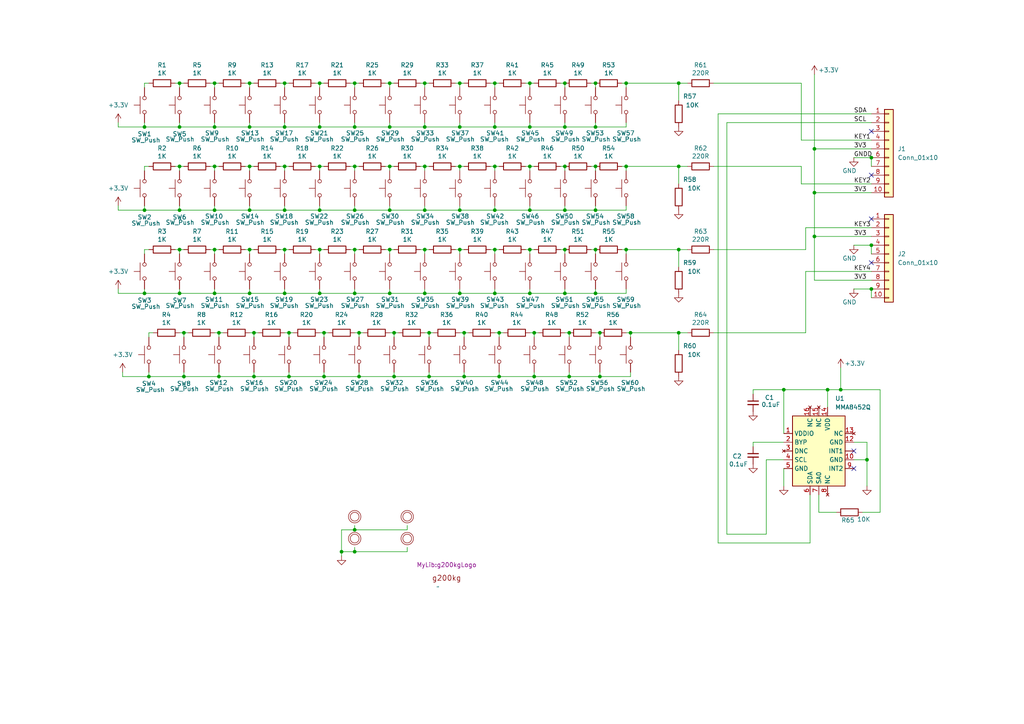
<source format=kicad_sch>
(kicad_sch (version 20231120) (generator "eeschema") (generator_version "8.0")
  (paper "A4")
  (junction (at 99.06 160.02))
  (junction (at 251.46 133.35))
  (junction (at 73.66 109.22))
  (junction (at 63.5 109.22))
  (junction (at 73.66 96.52))
  (junction (at 102.87 24.13))
  (junction (at 243.84 113.03))
  (junction (at 53.34 109.22))
  (junction (at 182.88 96.52))
  (junction (at 52.07 24.13))
  (junction (at 240.03 113.03))
  (junction (at 172.72 60.96))
  (junction (at 196.85 96.52))
  (junction (at 113.03 36.83))
  (junction (at 144.78 109.22))
  (junction (at 102.87 48.26))
  (junction (at 123.19 60.96))
  (junction (at 196.85 72.39))
  (junction (at 133.35 48.26))
  (junction (at 92.71 36.83))
  (junction (at 43.18 109.22))
  (junction (at 133.35 60.96))
  (junction (at 123.19 48.26))
  (junction (at 143.51 36.83))
  (junction (at 172.72 48.26))
  (junction (at 153.67 24.13))
  (junction (at 114.3 109.22))
  (junction (at 154.94 96.52))
  (junction (at 143.51 85.09))
  (junction (at 62.23 72.39))
  (junction (at 163.83 85.09))
  (junction (at 163.83 36.83))
  (junction (at 82.55 24.13))
  (junction (at 41.91 36.83))
  (junction (at 83.82 109.22))
  (junction (at 113.03 60.96))
  (junction (at 153.67 85.09))
  (junction (at 72.39 36.83))
  (junction (at 172.72 36.83))
  (junction (at 62.23 85.09))
  (junction (at 92.71 60.96))
  (junction (at 82.55 60.96))
  (junction (at 252.73 45.72))
  (junction (at 134.62 109.22))
  (junction (at 92.71 72.39))
  (junction (at 181.61 72.39))
  (junction (at 102.87 153.67))
  (junction (at 163.83 24.13))
  (junction (at 102.87 85.09))
  (junction (at 93.98 109.22))
  (junction (at 102.87 36.83))
  (junction (at 102.87 60.96))
  (junction (at 154.94 109.22))
  (junction (at 104.14 96.52))
  (junction (at 153.67 60.96))
  (junction (at 113.03 72.39))
  (junction (at 153.67 72.39))
  (junction (at 163.83 48.26))
  (junction (at 104.14 109.22))
  (junction (at 236.22 43.18))
  (junction (at 63.5 96.52))
  (junction (at 165.1 109.22))
  (junction (at 102.87 160.02))
  (junction (at 133.35 36.83))
  (junction (at 82.55 36.83))
  (junction (at 173.99 96.52))
  (junction (at 172.72 85.09))
  (junction (at 143.51 60.96))
  (junction (at 82.55 48.26))
  (junction (at 252.73 71.12))
  (junction (at 153.67 48.26))
  (junction (at 172.72 72.39))
  (junction (at 123.19 85.09))
  (junction (at 93.98 96.52))
  (junction (at 123.19 36.83))
  (junction (at 82.55 72.39))
  (junction (at 92.71 48.26))
  (junction (at 123.19 72.39))
  (junction (at 52.07 60.96))
  (junction (at 133.35 72.39))
  (junction (at 123.19 24.13))
  (junction (at 236.22 55.88))
  (junction (at 113.03 48.26))
  (junction (at 165.1 96.52))
  (junction (at 153.67 36.83))
  (junction (at 62.23 48.26))
  (junction (at 143.51 72.39))
  (junction (at 124.46 96.52))
  (junction (at 113.03 85.09))
  (junction (at 134.62 96.52))
  (junction (at 163.83 60.96))
  (junction (at 133.35 24.13))
  (junction (at 172.72 24.13))
  (junction (at 133.35 85.09))
  (junction (at 82.55 85.09))
  (junction (at 196.85 48.26))
  (junction (at 53.34 96.52))
  (junction (at 102.87 72.39))
  (junction (at 72.39 48.26))
  (junction (at 173.99 109.22))
  (junction (at 181.61 24.13))
  (junction (at 62.23 24.13))
  (junction (at 72.39 60.96))
  (junction (at 72.39 72.39))
  (junction (at 124.46 109.22))
  (junction (at 144.78 96.52))
  (junction (at 52.07 36.83))
  (junction (at 143.51 48.26))
  (junction (at 52.07 72.39))
  (junction (at 196.85 24.13))
  (junction (at 113.03 24.13))
  (junction (at 236.22 68.58))
  (junction (at 252.73 83.82))
  (junction (at 227.33 113.03))
  (junction (at 163.83 72.39))
  (junction (at 62.23 60.96))
  (junction (at 62.23 36.83))
  (junction (at 72.39 24.13))
  (junction (at 72.39 85.09))
  (junction (at 52.07 48.26))
  (junction (at 41.91 85.09))
  (junction (at 92.71 24.13))
  (junction (at 41.91 60.96))
  (junction (at 114.3 96.52))
  (junction (at 143.51 24.13))
  (junction (at 52.07 85.09))
  (junction (at 83.82 96.52))
  (junction (at 181.61 48.26))
  (junction (at 92.71 85.09))
  (no_connect (at 247.65 135.89))
  (no_connect (at 252.73 76.2))
  (no_connect (at 252.73 38.1))
  (no_connect (at 252.73 63.5))
  (no_connect (at 252.73 50.8))
  (no_connect (at 247.65 130.81))
  (wire (pts (xy 114.3 96.52) (xy 115.57 96.52)))
  (wire (pts (xy 92.71 35.56) (xy 92.71 36.83)))
  (wire (pts (xy 92.71 72.39) (xy 93.98 72.39)))
  (wire (pts (xy 92.71 85.09) (xy 102.87 85.09)))
  (wire (pts (xy 237.49 143.51) (xy 237.49 148.59)))
  (wire (pts (xy 236.22 68.58) (xy 236.22 81.28)))
  (wire (pts (xy 104.14 96.52) (xy 105.41 96.52)))
  (wire (pts (xy 113.03 36.83) (xy 123.19 36.83)))
  (wire (pts (xy 171.45 72.39) (xy 172.72 72.39)))
  (wire (pts (xy 92.71 24.13) (xy 92.71 25.4)))
  (wire (pts (xy 62.23 48.26) (xy 63.5 48.26)))
  (wire (pts (xy 233.68 78.74) (xy 233.68 96.52)))
  (wire (pts (xy 63.5 107.95) (xy 63.5 109.22)))
  (wire (pts (xy 207.01 48.26) (xy 232.41 48.26)))
  (wire (pts (xy 153.67 24.13) (xy 154.94 24.13)))
  (wire (pts (xy 143.51 96.52) (xy 144.78 96.52)))
  (wire (pts (xy 41.91 83.82) (xy 41.91 85.09)))
  (wire (pts (xy 92.71 36.83) (xy 102.87 36.83)))
  (wire (pts (xy 124.46 96.52) (xy 125.73 96.52)))
  (wire (pts (xy 104.14 96.52) (xy 104.14 97.79)))
  (wire (pts (xy 113.03 48.26) (xy 114.3 48.26)))
  (wire (pts (xy 163.83 48.26) (xy 163.83 49.53)))
  (wire (pts (xy 196.85 72.39) (xy 199.39 72.39)))
  (wire (pts (xy 102.87 153.67) (xy 102.87 152.4)))
  (wire (pts (xy 133.35 60.96) (xy 143.51 60.96)))
  (wire (pts (xy 43.18 96.52) (xy 44.45 96.52)))
  (wire (pts (xy 154.94 107.95) (xy 154.94 109.22)))
  (wire (pts (xy 82.55 72.39) (xy 82.55 73.66)))
  (wire (pts (xy 123.19 72.39) (xy 123.19 73.66)))
  (wire (pts (xy 123.19 83.82) (xy 123.19 85.09)))
  (wire (pts (xy 154.94 96.52) (xy 156.21 96.52)))
  (wire (pts (xy 124.46 107.95) (xy 124.46 109.22)))
  (wire (pts (xy 172.72 85.09) (xy 181.61 85.09)))
  (wire (pts (xy 123.19 48.26) (xy 124.46 48.26)))
  (wire (pts (xy 180.34 24.13) (xy 181.61 24.13)))
  (wire (pts (xy 123.19 85.09) (xy 133.35 85.09)))
  (wire (pts (xy 81.28 72.39) (xy 82.55 72.39)))
  (wire (pts (xy 53.34 96.52) (xy 53.34 97.79)))
  (wire (pts (xy 101.6 48.26) (xy 102.87 48.26)))
  (wire (pts (xy 104.14 109.22) (xy 114.3 109.22)))
  (wire (pts (xy 196.85 48.26) (xy 196.85 53.34)))
  (wire (pts (xy 180.34 48.26) (xy 181.61 48.26)))
  (wire (pts (xy 82.55 35.56) (xy 82.55 36.83)))
  (wire (pts (xy 41.91 48.26) (xy 41.91 49.53)))
  (wire (pts (xy 153.67 83.82) (xy 153.67 85.09)))
  (wire (pts (xy 247.65 128.27) (xy 251.46 128.27)))
  (wire (pts (xy 102.87 85.09) (xy 113.03 85.09)))
  (wire (pts (xy 102.87 160.02) (xy 118.11 160.02)))
  (wire (pts (xy 252.73 71.12) (xy 252.73 73.66)))
  (wire (pts (xy 82.55 48.26) (xy 83.82 48.26)))
  (wire (pts (xy 41.91 59.69) (xy 41.91 60.96)))
  (wire (pts (xy 182.88 107.95) (xy 182.88 109.22)))
  (wire (pts (xy 93.98 107.95) (xy 93.98 109.22)))
  (wire (pts (xy 153.67 48.26) (xy 153.67 49.53)))
  (wire (pts (xy 62.23 72.39) (xy 63.5 72.39)))
  (wire (pts (xy 153.67 36.83) (xy 163.83 36.83)))
  (wire (pts (xy 181.61 96.52) (xy 182.88 96.52)))
  (wire (pts (xy 236.22 21.59) (xy 236.22 43.18)))
  (wire (pts (xy 121.92 24.13) (xy 123.19 24.13)))
  (wire (pts (xy 34.29 36.83) (xy 34.29 35.56)))
  (wire (pts (xy 210.82 35.56) (xy 252.73 35.56)))
  (wire (pts (xy 124.46 109.22) (xy 134.62 109.22)))
  (wire (pts (xy 72.39 96.52) (xy 73.66 96.52)))
  (wire (pts (xy 102.87 160.02) (xy 102.87 158.75)))
  (wire (pts (xy 237.49 148.59) (xy 242.57 148.59)))
  (wire (pts (xy 236.22 55.88) (xy 236.22 68.58)))
  (wire (pts (xy 153.67 85.09) (xy 163.83 85.09)))
  (wire (pts (xy 113.03 24.13) (xy 114.3 24.13)))
  (wire (pts (xy 196.85 77.47) (xy 196.85 72.39)))
  (wire (pts (xy 35.56 109.22) (xy 43.18 109.22)))
  (wire (pts (xy 153.67 60.96) (xy 163.83 60.96)))
  (wire (pts (xy 102.87 24.13) (xy 102.87 25.4)))
  (wire (pts (xy 152.4 72.39) (xy 153.67 72.39)))
  (wire (pts (xy 247.65 133.35) (xy 251.46 133.35)))
  (wire (pts (xy 52.07 72.39) (xy 52.07 73.66)))
  (wire (pts (xy 114.3 107.95) (xy 114.3 109.22)))
  (wire (pts (xy 60.96 24.13) (xy 62.23 24.13)))
  (wire (pts (xy 240.03 113.03) (xy 240.03 118.11)))
  (wire (pts (xy 99.06 160.02) (xy 102.87 160.02)))
  (wire (pts (xy 153.67 48.26) (xy 154.94 48.26)))
  (wire (pts (xy 233.68 66.04) (xy 233.68 72.39)))
  (wire (pts (xy 62.23 83.82) (xy 62.23 85.09)))
  (wire (pts (xy 43.18 96.52) (xy 43.18 97.79)))
  (wire (pts (xy 81.28 24.13) (xy 82.55 24.13)))
  (wire (pts (xy 143.51 24.13) (xy 143.51 25.4)))
  (wire (pts (xy 172.72 35.56) (xy 172.72 36.83)))
  (wire (pts (xy 227.33 113.03) (xy 227.33 125.73)))
  (wire (pts (xy 72.39 48.26) (xy 73.66 48.26)))
  (wire (pts (xy 255.27 113.03) (xy 243.84 113.03)))
  (wire (pts (xy 71.12 72.39) (xy 72.39 72.39)))
  (wire (pts (xy 111.76 72.39) (xy 113.03 72.39)))
  (wire (pts (xy 52.07 72.39) (xy 53.34 72.39)))
  (wire (pts (xy 252.73 83.82) (xy 252.73 86.36)))
  (wire (pts (xy 247.65 83.82) (xy 252.73 83.82)))
  (wire (pts (xy 118.11 160.02) (xy 118.11 158.75)))
  (wire (pts (xy 123.19 48.26) (xy 123.19 49.53)))
  (wire (pts (xy 227.33 128.27) (xy 218.44 128.27)))
  (wire (pts (xy 252.73 45.72) (xy 252.73 48.26)))
  (wire (pts (xy 50.8 24.13) (xy 52.07 24.13)))
  (wire (pts (xy 82.55 48.26) (xy 82.55 49.53)))
  (wire (pts (xy 52.07 83.82) (xy 52.07 85.09)))
  (wire (pts (xy 62.23 96.52) (xy 63.5 96.52)))
  (wire (pts (xy 91.44 24.13) (xy 92.71 24.13)))
  (wire (pts (xy 172.72 60.96) (xy 181.61 60.96)))
  (wire (pts (xy 91.44 72.39) (xy 92.71 72.39)))
  (wire (pts (xy 81.28 48.26) (xy 82.55 48.26)))
  (wire (pts (xy 73.66 96.52) (xy 74.93 96.52)))
  (wire (pts (xy 113.03 83.82) (xy 113.03 85.09)))
  (wire (pts (xy 102.87 24.13) (xy 104.14 24.13)))
  (wire (pts (xy 34.29 85.09) (xy 41.91 85.09)))
  (wire (pts (xy 133.35 96.52) (xy 134.62 96.52)))
  (wire (pts (xy 181.61 35.56) (xy 181.61 36.83)))
  (wire (pts (xy 132.08 24.13) (xy 133.35 24.13)))
  (wire (pts (xy 153.67 72.39) (xy 153.67 73.66)))
  (wire (pts (xy 207.01 24.13) (xy 232.41 24.13)))
  (wire (pts (xy 251.46 133.35) (xy 251.46 140.97)))
  (wire (pts (xy 163.83 85.09) (xy 172.72 85.09)))
  (wire (pts (xy 72.39 85.09) (xy 82.55 85.09)))
  (wire (pts (xy 102.87 153.67) (xy 118.11 153.67)))
  (wire (pts (xy 133.35 72.39) (xy 133.35 73.66)))
  (wire (pts (xy 62.23 36.83) (xy 72.39 36.83)))
  (wire (pts (xy 82.55 72.39) (xy 83.82 72.39)))
  (wire (pts (xy 43.18 109.22) (xy 53.34 109.22)))
  (wire (pts (xy 172.72 59.69) (xy 172.72 60.96)))
  (wire (pts (xy 99.06 161.29) (xy 99.06 160.02)))
  (wire (pts (xy 142.24 48.26) (xy 143.51 48.26)))
  (wire (pts (xy 72.39 24.13) (xy 73.66 24.13)))
  (wire (pts (xy 181.61 48.26) (xy 196.85 48.26)))
  (wire (pts (xy 233.68 78.74) (xy 252.73 78.74)))
  (wire (pts (xy 93.98 96.52) (xy 93.98 97.79)))
  (wire (pts (xy 50.8 48.26) (xy 52.07 48.26)))
  (wire (pts (xy 172.72 24.13) (xy 172.72 25.4)))
  (wire (pts (xy 102.87 35.56) (xy 102.87 36.83)))
  (wire (pts (xy 232.41 40.64) (xy 252.73 40.64)))
  (wire (pts (xy 143.51 48.26) (xy 144.78 48.26)))
  (wire (pts (xy 83.82 96.52) (xy 83.82 97.79)))
  (wire (pts (xy 52.07 96.52) (xy 53.34 96.52)))
  (wire (pts (xy 143.51 59.69) (xy 143.51 60.96)))
  (wire (pts (xy 41.91 24.13) (xy 41.91 25.4)))
  (wire (pts (xy 53.34 109.22) (xy 63.5 109.22)))
  (wire (pts (xy 71.12 24.13) (xy 72.39 24.13)))
  (wire (pts (xy 250.19 148.59) (xy 255.27 148.59)))
  (wire (pts (xy 82.55 59.69) (xy 82.55 60.96)))
  (wire (pts (xy 52.07 85.09) (xy 62.23 85.09)))
  (wire (pts (xy 163.83 35.56) (xy 163.83 36.83)))
  (wire (pts (xy 218.44 113.03) (xy 227.33 113.03)))
  (wire (pts (xy 92.71 60.96) (xy 102.87 60.96)))
  (wire (pts (xy 143.51 24.13) (xy 144.78 24.13)))
  (wire (pts (xy 92.71 24.13) (xy 93.98 24.13)))
  (wire (pts (xy 92.71 48.26) (xy 92.71 49.53)))
  (wire (pts (xy 34.29 85.09) (xy 34.29 83.82)))
  (wire (pts (xy 247.65 71.12) (xy 252.73 71.12)))
  (wire (pts (xy 34.29 60.96) (xy 41.91 60.96)))
  (wire (pts (xy 163.83 60.96) (xy 172.72 60.96)))
  (wire (pts (xy 218.44 113.03) (xy 218.44 114.3)))
  (wire (pts (xy 41.91 24.13) (xy 43.18 24.13)))
  (wire (pts (xy 143.51 72.39) (xy 143.51 73.66)))
  (wire (pts (xy 143.51 85.09) (xy 153.67 85.09)))
  (wire (pts (xy 123.19 59.69) (xy 123.19 60.96)))
  (wire (pts (xy 218.44 128.27) (xy 218.44 129.54)))
  (wire (pts (xy 62.23 72.39) (xy 62.23 73.66)))
  (wire (pts (xy 41.91 35.56) (xy 41.91 36.83)))
  (wire (pts (xy 154.94 96.52) (xy 154.94 97.79)))
  (wire (pts (xy 152.4 48.26) (xy 153.67 48.26)))
  (wire (pts (xy 165.1 109.22) (xy 173.99 109.22)))
  (wire (pts (xy 172.72 36.83) (xy 181.61 36.83)))
  (wire (pts (xy 181.61 83.82) (xy 181.61 85.09)))
  (wire (pts (xy 102.87 96.52) (xy 104.14 96.52)))
  (wire (pts (xy 52.07 48.26) (xy 53.34 48.26)))
  (wire (pts (xy 113.03 72.39) (xy 113.03 73.66)))
  (wire (pts (xy 72.39 36.83) (xy 82.55 36.83)))
  (wire (pts (xy 134.62 96.52) (xy 134.62 97.79)))
  (wire (pts (xy 133.35 83.82) (xy 133.35 85.09)))
  (wire (pts (xy 102.87 59.69) (xy 102.87 60.96)))
  (wire (pts (xy 41.91 60.96) (xy 52.07 60.96)))
  (wire (pts (xy 233.68 66.04) (xy 252.73 66.04)))
  (wire (pts (xy 144.78 109.22) (xy 154.94 109.22)))
  (wire (pts (xy 172.72 83.82) (xy 172.72 85.09)))
  (wire (pts (xy 153.67 35.56) (xy 153.67 36.83)))
  (wire (pts (xy 52.07 35.56) (xy 52.07 36.83)))
  (wire (pts (xy 52.07 36.83) (xy 62.23 36.83)))
  (wire (pts (xy 153.67 96.52) (xy 154.94 96.52)))
  (wire (pts (xy 93.98 109.22) (xy 104.14 109.22)))
  (wire (pts (xy 133.35 48.26) (xy 133.35 49.53)))
  (wire (pts (xy 60.96 48.26) (xy 62.23 48.26)))
  (wire (pts (xy 134.62 107.95) (xy 134.62 109.22)))
  (wire (pts (xy 93.98 96.52) (xy 95.25 96.52)))
  (wire (pts (xy 53.34 96.52) (xy 54.61 96.52)))
  (wire (pts (xy 196.85 48.26) (xy 199.39 48.26)))
  (wire (pts (xy 180.34 72.39) (xy 181.61 72.39)))
  (wire (pts (xy 73.66 107.95) (xy 73.66 109.22)))
  (wire (pts (xy 181.61 59.69) (xy 181.61 60.96)))
  (wire (pts (xy 222.25 154.94) (xy 210.82 154.94)))
  (wire (pts (xy 99.06 160.02) (xy 99.06 153.67)))
  (wire (pts (xy 91.44 48.26) (xy 92.71 48.26)))
  (wire (pts (xy 173.99 107.95) (xy 173.99 109.22)))
  (wire (pts (xy 153.67 59.69) (xy 153.67 60.96)))
  (wire (pts (xy 133.35 48.26) (xy 134.62 48.26)))
  (wire (pts (xy 172.72 72.39) (xy 172.72 73.66)))
  (wire (pts (xy 181.61 48.26) (xy 181.61 49.53)))
  (wire (pts (xy 132.08 48.26) (xy 133.35 48.26)))
  (wire (pts (xy 113.03 24.13) (xy 113.03 25.4)))
  (wire (pts (xy 102.87 36.83) (xy 113.03 36.83)))
  (wire (pts (xy 227.33 133.35) (xy 222.25 133.35)))
  (wire (pts (xy 144.78 96.52) (xy 146.05 96.52)))
  (wire (pts (xy 123.19 36.83) (xy 133.35 36.83)))
  (wire (pts (xy 173.99 96.52) (xy 173.99 97.79)))
  (wire (pts (xy 121.92 72.39) (xy 123.19 72.39)))
  (wire (pts (xy 152.4 24.13) (xy 153.67 24.13)))
  (wire (pts (xy 123.19 24.13) (xy 123.19 25.4)))
  (wire (pts (xy 132.08 72.39) (xy 133.35 72.39)))
  (wire (pts (xy 41.91 36.83) (xy 52.07 36.83)))
  (wire (pts (xy 52.07 60.96) (xy 62.23 60.96)))
  (wire (pts (xy 113.03 85.09) (xy 123.19 85.09)))
  (wire (pts (xy 62.23 59.69) (xy 62.23 60.96)))
  (wire (pts (xy 196.85 24.13) (xy 196.85 29.21)))
  (wire (pts (xy 92.71 83.82) (xy 92.71 85.09)))
  (wire (pts (xy 142.24 24.13) (xy 143.51 24.13)))
  (wire (pts (xy 134.62 109.22) (xy 144.78 109.22)))
  (wire (pts (xy 113.03 60.96) (xy 123.19 60.96)))
  (wire (pts (xy 101.6 72.39) (xy 102.87 72.39)))
  (wire (pts (xy 172.72 96.52) (xy 173.99 96.52)))
  (wire (pts (xy 251.46 128.27) (xy 251.46 133.35)))
  (wire (pts (xy 82.55 83.82) (xy 82.55 85.09)))
  (wire (pts (xy 243.84 113.03) (xy 243.84 106.68)))
  (wire (pts (xy 34.29 60.96) (xy 34.29 59.69)))
  (wire (pts (xy 34.29 36.83) (xy 41.91 36.83)))
  (wire (pts (xy 154.94 109.22) (xy 165.1 109.22)))
  (wire (pts (xy 133.35 36.83) (xy 143.51 36.83)))
  (wire (pts (xy 196.85 24.13) (xy 199.39 24.13)))
  (wire (pts (xy 236.22 55.88) (xy 252.73 55.88)))
  (wire (pts (xy 227.33 113.03) (xy 240.03 113.03)))
  (wire (pts (xy 82.55 36.83) (xy 92.71 36.83)))
  (wire (pts (xy 41.91 48.26) (xy 43.18 48.26)))
  (wire (pts (xy 111.76 48.26) (xy 113.03 48.26)))
  (wire (pts (xy 207.01 96.52) (xy 233.68 96.52)))
  (wire (pts (xy 196.85 96.52) (xy 196.85 101.6)))
  (wire (pts (xy 210.82 154.94) (xy 210.82 35.56)))
  (wire (pts (xy 92.71 72.39) (xy 92.71 73.66)))
  (wire (pts (xy 182.88 96.52) (xy 196.85 96.52)))
  (wire (pts (xy 123.19 72.39) (xy 124.46 72.39)))
  (wire (pts (xy 181.61 72.39) (xy 196.85 72.39)))
  (wire (pts (xy 111.76 24.13) (xy 113.03 24.13)))
  (wire (pts (xy 133.35 35.56) (xy 133.35 36.83)))
  (wire (pts (xy 73.66 109.22) (xy 83.82 109.22)))
  (wire (pts (xy 181.61 72.39) (xy 181.61 73.66)))
  (wire (pts (xy 83.82 107.95) (xy 83.82 109.22)))
  (wire (pts (xy 72.39 48.26) (xy 72.39 49.53)))
  (wire (pts (xy 124.46 96.52) (xy 124.46 97.79)))
  (wire (pts (xy 121.92 48.26) (xy 123.19 48.26)))
  (wire (pts (xy 63.5 96.52) (xy 64.77 96.52)))
  (wire (pts (xy 113.03 35.56) (xy 113.03 36.83)))
  (wire (pts (xy 163.83 24.13) (xy 163.83 25.4)))
  (wire (pts (xy 240.03 113.03) (xy 243.84 113.03)))
  (wire (pts (xy 41.91 72.39) (xy 41.91 73.66)))
  (wire (pts (xy 143.51 72.39) (xy 144.78 72.39)))
  (wire (pts (xy 52.07 59.69) (xy 52.07 60.96)))
  (wire (pts (xy 234.95 143.51) (xy 234.95 157.48)))
  (wire (pts (xy 236.22 43.18) (xy 236.22 55.88)))
  (wire (pts (xy 123.19 96.52) (xy 124.46 96.52)))
  (wire (pts (xy 133.35 24.13) (xy 134.62 24.13)))
  (wire (pts (xy 143.51 36.83) (xy 153.67 36.83)))
  (wire (pts (xy 153.67 72.39) (xy 154.94 72.39)))
  (wire (pts (xy 52.07 24.13) (xy 53.34 24.13)))
  (wire (pts (xy 208.28 33.02) (xy 252.73 33.02)))
  (wire (pts (xy 236.22 81.28) (xy 252.73 81.28)))
  (wire (pts (xy 123.19 24.13) (xy 124.46 24.13)))
  (wire (pts (xy 62.23 35.56) (xy 62.23 36.83)))
  (wire (pts (xy 104.14 107.95) (xy 104.14 109.22)))
  (wire (pts (xy 83.82 109.22) (xy 93.98 109.22)))
  (wire (pts (xy 102.87 72.39) (xy 102.87 73.66)))
  (wire (pts (xy 236.22 68.58) (xy 252.73 68.58)))
  (wire (pts (xy 53.34 107.95) (xy 53.34 109.22)))
  (wire (pts (xy 102.87 48.26) (xy 102.87 49.53)))
  (wire (pts (xy 236.22 43.18) (xy 252.73 43.18)))
  (wire (pts (xy 82.55 85.09) (xy 92.71 85.09)))
  (wire (pts (xy 41.91 72.39) (xy 43.18 72.39)))
  (wire (pts (xy 163.83 72.39) (xy 163.83 73.66)))
  (wire (pts (xy 92.71 96.52) (xy 93.98 96.52)))
  (wire (pts (xy 35.56 109.22) (xy 35.56 107.95)))
  (wire (pts (xy 133.35 72.39) (xy 134.62 72.39)))
  (wire (pts (xy 123.19 60.96) (xy 133.35 60.96)))
  (wire (pts (xy 72.39 59.69) (xy 72.39 60.96)))
  (wire (pts (xy 83.82 96.52) (xy 85.09 96.52)))
  (wire (pts (xy 52.07 48.26) (xy 52.07 49.53)))
  (wire (pts (xy 113.03 59.69) (xy 113.03 60.96)))
  (wire (pts (xy 162.56 24.13) (xy 163.83 24.13)))
  (wire (pts (xy 82.55 24.13) (xy 82.55 25.4)))
  (wire (pts (xy 172.72 48.26) (xy 172.72 49.53)))
  (wire (pts (xy 143.51 60.96) (xy 153.67 60.96)))
  (wire (pts (xy 102.87 48.26) (xy 104.14 48.26)))
  (wire (pts (xy 63.5 109.22) (xy 73.66 109.22)))
  (wire (pts (xy 71.12 48.26) (xy 72.39 48.26)))
  (wire (pts (xy 99.06 153.67) (xy 102.87 153.67)))
  (wire (pts (xy 63.5 96.52) (xy 63.5 97.79)))
  (wire (pts (xy 196.85 96.52) (xy 199.39 96.52)))
  (wire (pts (xy 247.65 45.72) (xy 252.73 45.72)))
  (wire (pts (xy 62.23 60.96) (xy 72.39 60.96)))
  (wire (pts (xy 72.39 72.39) (xy 72.39 73.66)))
  (wire (pts (xy 62.23 24.13) (xy 62.23 25.4)))
  (wire (pts (xy 165.1 107.95) (xy 165.1 109.22)))
  (wire (pts (xy 62.23 24.13) (xy 63.5 24.13)))
  (wire (pts (xy 182.88 96.52) (xy 182.88 97.79)))
  (wire (pts (xy 52.07 24.13) (xy 52.07 25.4)))
  (wire (pts (xy 72.39 35.56) (xy 72.39 36.83)))
  (wire (pts (xy 102.87 60.96) (xy 113.03 60.96)))
  (wire (pts (xy 181.61 24.13) (xy 196.85 24.13)))
  (wire (pts (xy 82.55 60.96) (xy 92.71 60.96)))
  (wire (pts (xy 50.8 72.39) (xy 52.07 72.39)))
  (wire (pts (xy 72.39 83.82) (xy 72.39 85.09)))
  (wire (pts (xy 43.18 107.95) (xy 43.18 109.22)))
  (wire (pts (xy 62.23 85.09) (xy 72.39 85.09)))
  (wire (pts (xy 208.28 157.48) (xy 234.95 157.48)))
  (wire (pts (xy 255.27 148.59) (xy 255.27 113.03)))
  (wire (pts (xy 165.1 96.52) (xy 165.1 97.79)))
  (wire (pts (xy 163.83 83.82) (xy 163.83 85.09)))
  (wire (pts (xy 41.91 85.09) (xy 52.07 85.09)))
  (wire (pts (xy 73.66 96.52) (xy 73.66 97.79)))
  (wire (pts (xy 173.99 109.22) (xy 182.88 109.22)))
  (wire (pts (xy 133.35 59.69) (xy 133.35 60.96)))
  (wire (pts (xy 62.23 48.26) (xy 62.23 49.53)))
  (wire (pts (xy 144.78 96.52) (xy 144.78 97.79)))
  (wire (pts (xy 222.25 133.35) (xy 222.25 154.94)))
  (wire (pts (xy 163.83 36.83) (xy 172.72 36.83)))
  (wire (pts (xy 92.71 59.69) (xy 92.71 60.96)))
  (wire (pts (xy 72.39 72.39) (xy 73.66 72.39)))
  (wire (pts (xy 134.62 96.52) (xy 135.89 96.52)))
  (wire (pts (xy 171.45 48.26) (xy 172.72 48.26)))
  (wire (pts (xy 162.56 48.26) (xy 163.83 48.26)))
  (wire (pts (xy 102.87 83.82) (xy 102.87 85.09)))
  (wire (pts (xy 162.56 72.39) (xy 163.83 72.39)))
  (wire (pts (xy 153.67 24.13) (xy 153.67 25.4)))
  (wire (pts (xy 102.87 72.39) (xy 104.14 72.39)))
  (wire (pts (xy 232.41 40.64) (xy 232.41 24.13)))
  (wire (pts (xy 123.19 35.56) (xy 123.19 36.83)))
  (wire (pts (xy 181.61 24.13) (xy 181.61 25.4)))
  (wire (pts (xy 227.33 135.89) (xy 227.33 140.97)))
  (wire (pts (xy 113.03 72.39) (xy 114.3 72.39)))
  (wire (pts (xy 232.41 53.34) (xy 232.41 48.26)))
  (wire (pts (xy 143.51 48.26) (xy 143.51 49.53)))
  (wire (pts (xy 144.78 107.95) (xy 144.78 109.22)))
  (wire (pts (xy 133.35 24.13) (xy 133.35 25.4)))
  (wire (pts (xy 82.55 24.13) (xy 83.82 24.13)))
  (wire (pts (xy 101.6 24.13) (xy 102.87 24.13)))
  (wire (pts (xy 208.28 33.02) (xy 208.28 157.48)))
  (wire (pts (xy 142.24 72.39) (xy 143.51 72.39)))
  (wire (pts (xy 143.51 83.82) (xy 143.51 85.09)))
  (wire (pts (xy 60.96 72.39) (xy 62.23 72.39)))
  (wire (pts (xy 163.83 59.69) (xy 163.83 60.96)))
  (wire (pts (xy 113.03 96.52) (xy 114.3 96.52)))
  (wire (pts (xy 207.01 72.39) (xy 233.68 72.39)))
  (wire (pts (xy 171.45 24.13) (xy 172.72 24.13)))
  (wire (pts (xy 143.51 35.56) (xy 143.51 36.83)))
  (wire (pts (xy 118.11 153.67) (xy 118.11 152.4)))
  (wire (pts (xy 114.3 109.22) (xy 124.46 109.22)))
  (wire (pts (xy 72.39 60.96) (xy 82.55 60.96)))
  (wire (pts (xy 133.35 85.09) (xy 143.51 85.09)))
  (wire (pts (xy 163.83 96.52) (xy 165.1 96.52)))
  (wire (pts (xy 232.41 53.34) (xy 252.73 53.34)))
  (wire (pts (xy 113.03 48.26) (xy 113.03 49.53)))
  (wire (pts (xy 92.71 48.26) (xy 93.98 48.26)))
  (wire (pts (xy 114.3 96.52) (xy 114.3 97.79)))
  (wire (pts (xy 82.55 96.52) (xy 83.82 96.52)))
  (wire (pts (xy 72.39 24.13) (xy 72.39 25.4)))
  (label "SCL" (at 247.65 35.56 0))
  (label "3V3" (at 247.65 81.28 0))
  (label "KEY1" (at 247.65 40.64 0))
  (label "3V3" (at 247.65 68.58 0))
  (label "SDA" (at 247.65 33.02 0))
  (label "KEY4" (at 247.65 78.74 0))
  (label "GNDD" (at 247.65 45.72 0))
  (label "3V3" (at 247.65 43.18 0))
  (label "KEY3" (at 247.65 66.04 0))
  (label "KEY2" (at 247.65 53.34 0))
  (label "3V3" (at 247.65 55.88 0))
  (symbol (lib_id "Switch:SW_Push") (at 102.87 78.74 90) (unit 1)
    (property "Reference" "SW27" (at 100.33 86.868 90) (effects (justify right)))
    (property "Value" "SW_Push" (at 98.806 88.646 90) (effects (justify right)))
    (property "Footprint" "MyLib:Sw_Push_12x12_SMD" (effects (hide yes)))
  )
  (symbol (lib_id "Switch:SW_Push") (at 113.03 30.48 90) (unit 1)
    (property "Reference" "SW29" (at 110.49 38.608 90) (effects (justify right)))
    (property "Value" "SW_Push" (at 108.966 40.386 90) (effects (justify right)))
    (property "Footprint" "MyLib:Sw_Push_12x12_SMD" (effects (hide yes)))
  )
  (symbol (lib_id "Device:R") (at 46.99 72.39 270) (unit 1)
    (property "Reference" "R3" (at 46.99 67.1322 90))
    (property "Value" "1K" (at 46.99 69.4436 90))
    (property "Footprint" "Resistor_SMD:R_0603_1608Metric" (effects (hide yes)))
  )
  (symbol (lib_id "Device:R") (at 167.64 72.39 270) (unit 1)
    (property "Reference" "R51" (at 167.64 67.1322 90))
    (property "Value" "1K" (at 167.64 69.4436 90))
    (property "Footprint" "Resistor_SMD:R_0603_1608Metric" (effects (hide yes)))
  )
  (symbol (lib_id "Switch:SW_Push") (at 133.35 78.74 90) (unit 1)
    (property "Reference" "SW39" (at 130.81 86.868 90) (effects (justify right)))
    (property "Value" "SW_Push" (at 129.286 88.646 90) (effects (justify right)))
    (property "Footprint" "MyLib:Sw_Push_12x12_SMD" (effects (hide yes)))
  )
  (symbol (lib_id "Device:R") (at 148.59 72.39 270) (unit 1)
    (property "Reference" "R43" (at 148.59 67.1322 90))
    (property "Value" "1K" (at 148.59 69.4436 90))
    (property "Footprint" "Resistor_SMD:R_0603_1608Metric" (effects (hide yes)))
  )
  (symbol (lib_id "Device:R") (at 167.64 24.13 270) (unit 1)
    (property "Reference" "R49" (at 167.64 18.8722 90))
    (property "Value" "1K" (at 167.64 21.1836 90))
    (property "Footprint" "Resistor_SMD:R_0603_1608Metric" (effects (hide yes)))
  )
  (symbol (lib_id "Switch:SW_Push") (at 62.23 30.48 90) (unit 1)
    (property "Reference" "SW9" (at 59.436 38.608 90) (effects (justify right)))
    (property "Value" "SW_Push" (at 58.166 40.386 90) (effects (justify right)))
    (property "Footprint" "MyLib:Sw_Push_12x12_SMD" (effects (hide yes)))
  )
  (symbol (lib_id "Device:R") (at 46.99 24.13 270) (unit 1)
    (property "Reference" "R1" (at 46.99 18.8722 90))
    (property "Value" "1K" (at 46.99 21.1836 90))
    (property "Footprint" "Resistor_SMD:R_0603_1608Metric" (effects (hide yes)))
  )
  (symbol (lib_id "Device:R") (at 118.11 72.39 270) (unit 1)
    (property "Reference" "R31" (at 118.11 67.1322 90))
    (property "Value" "1K" (at 118.11 69.4436 90))
    (property "Footprint" "Resistor_SMD:R_0603_1608Metric" (effects (hide yes)))
  )
  (symbol (lib_id "Switch:SW_Push") (at 143.51 30.48 90) (unit 1)
    (property "Reference" "SW41" (at 140.97 38.608 90) (effects (justify right)))
    (property "Value" "SW_Push" (at 139.192 40.386 90) (effects (justify right)))
    (property "Footprint" "MyLib:Sw_Push_12x12_SMD" (effects (hide yes)))
  )
  (symbol (lib_id "Switch:SW_Push") (at 62.23 78.74 90) (unit 1)
    (property "Reference" "SW11" (at 59.436 86.868 90) (effects (justify right)))
    (property "Value" "SW_Push" (at 58.166 88.646 90) (effects (justify right)))
    (property "Footprint" "MyLib:Sw_Push_12x12_SMD" (effects (hide yes)))
  )
  (symbol (lib_id "Switch:SW_Push") (at 143.51 78.74 90) (unit 1)
    (property "Reference" "SW43" (at 140.97 86.868 90) (effects (justify right)))
    (property "Value" "SW_Push" (at 139.192 88.646 90) (effects (justify right)))
    (property "Footprint" "MyLib:Sw_Push_12x12_SMD" (effects (hide yes)))
  )
  (symbol (lib_id "Switch:SW_Push") (at 133.35 30.48 90) (unit 1)
    (property "Reference" "SW37" (at 130.81 38.608 90) (effects (justify right)))
    (property "Value" "SW_Push" (at 129.286 40.386 90) (effects (justify right)))
    (property "Footprint" "MyLib:Sw_Push_12x12_SMD" (effects (hide yes)))
  )
  (symbol (lib_id "Switch:SW_Push") (at 102.87 30.48 90) (unit 1)
    (property "Reference" "SW25" (at 100.33 38.608 90) (effects (justify right)))
    (property "Value" "SW_Push" (at 98.806 40.386 90) (effects (justify right)))
    (property "Footprint" "MyLib:Sw_Push_12x12_SMD" (effects (hide yes)))
  )
  (symbol (lib_id "Switch:SW_Push") (at 165.1 102.87 90) (unit 1)
    (property "Reference" "SW52" (at 162.306 110.998 90) (effects (justify right)))
    (property "Value" "SW_Push" (at 161.036 112.776 90) (effects (justify right)))
    (property "Footprint" "MyLib:Sw_Push_12x12_SMD" (effects (hide yes)))
  )
  (symbol (lib_id "Switch:SW_Push") (at 153.67 78.74 90) (unit 1)
    (property "Reference" "SW47" (at 151.13 86.868 90) (effects (justify right)))
    (property "Value" "SW_Push" (at 149.606 88.646 90) (effects (justify right)))
    (property "Footprint" "MyLib:Sw_Push_12x12_SMD" (effects (hide yes)))
  )
  (symbol (lib_id "Switch:SW_Push") (at 114.3 102.87 90) (unit 1)
    (property "Reference" "SW32" (at 111.76 110.998 90) (effects (justify right)))
    (property "Value" "SW_Push" (at 110.236 112.776 90) (effects (justify right)))
    (property "Footprint" "MyLib:Sw_Push_12x12_SMD" (effects (hide yes)))
  )
  (symbol (lib_id "Switch:SW_Push") (at 92.71 54.61 90) (unit 1)
    (property "Reference" "SW22" (at 89.916 62.738 90) (effects (justify right)))
    (property "Value" "SW_Push" (at 88.392 64.516 90) (effects (justify right)))
    (property "Footprint" "MyLib:Sw_Push_12x12_SMD" (effects (hide yes)))
  )
  (symbol (lib_id "Device:R") (at 177.8 96.52 270) (unit 1)
    (property "Reference" "R56" (at 177.8 91.2622 90))
    (property "Value" "1K" (at 177.8 93.5736 90))
    (property "Footprint" "Resistor_SMD:R_0603_1608Metric" (effects (hide yes)))
  )
  (symbol (lib_id "Switch:SW_Push") (at 82.55 54.61 90) (unit 1)
    (property "Reference" "SW18" (at 79.756 62.738 90) (effects (justify right)))
    (property "Value" "SW_Push" (at 78.232 64.516 90) (effects (justify right)))
    (property "Footprint" "MyLib:Sw_Push_12x12_SMD" (effects (hide yes)))
  )
  (symbol (lib_id "Device:R") (at 196.85 81.28 180) (unit 1)
    (property "Reference" "R59" (at 198.12 76.2 0) (effects (justify right)))
    (property "Value" "10K" (at 199.39 78.74 0) (effects (justify right)))
    (property "Footprint" "Resistor_SMD:R_0603_1608Metric" (effects (hide yes)))
  )
  (symbol (lib_id "Device:R") (at 67.31 24.13 270) (unit 1)
    (property "Reference" "R9" (at 67.31 18.8722 90))
    (property "Value" "1K" (at 67.31 21.1836 90))
    (property "Footprint" "Resistor_SMD:R_0603_1608Metric" (effects (hide yes)))
  )
  (symbol (lib_id "Switch:SW_Push") (at 172.72 54.61 90) (unit 1)
    (property "Reference" "SW54" (at 169.926 62.738 90) (effects (justify right)))
    (property "Value" "SW_Push" (at 168.656 64.516 90) (effects (justify right)))
    (property "Footprint" "MyLib:Sw_Push_12x12_SMD" (effects (hide yes)))
  )
  (symbol (lib_id "MyLib:+3.3V") (at 243.84 106.68 0) (unit 1)
    (property "Reference" "#PWR014" (effects (hide yes)))
    (property "Value" "+3.3V" (at 247.904 105.41 0))
  )
  (symbol (lib_id "Device:R") (at 57.15 24.13 270) (unit 1)
    (property "Reference" "R5" (at 57.15 18.8722 90))
    (property "Value" "1K" (at 57.15 21.1836 90))
    (property "Footprint" "Resistor_SMD:R_0603_1608Metric" (effects (hide yes)))
  )
  (symbol (lib_id "Device:R") (at 167.64 48.26 270) (unit 1)
    (property "Reference" "R50" (at 167.64 43.0022 90))
    (property "Value" "1K" (at 167.64 45.3136 90))
    (property "Footprint" "Resistor_SMD:R_0603_1608Metric" (effects (hide yes)))
  )
  (symbol (lib_id "Switch:SW_Push") (at 73.66 102.87 90) (unit 1)
    (property "Reference" "SW16" (at 71.12 110.998 90) (effects (justify right)))
    (property "Value" "SW_Push" (at 69.596 112.776 90) (effects (justify right)))
    (property "Footprint" "MyLib:Sw_Push_12x12_SMD" (effects (hide yes)))
  )
  (symbol (lib_id "Device:R") (at 203.2 96.52 270) (unit 1)
    (property "Reference" "R64" (at 203.2 91.2622 90))
    (property "Value" "220R" (at 203.2 93.5736 90))
    (property "Footprint" "Resistor_SMD:R_0603_1608Metric" (effects (hide yes)))
  )
  (symbol (lib_id "Device:R") (at 107.95 48.26 270) (unit 1)
    (property "Reference" "R26" (at 107.95 43.0022 90))
    (property "Value" "1K" (at 107.95 45.3136 90))
    (property "Footprint" "Resistor_SMD:R_0603_1608Metric" (effects (hide yes)))
  )
  (symbol (lib_id "Device:R") (at 128.27 72.39 270) (unit 1)
    (property "Reference" "R35" (at 128.27 67.1322 90))
    (property "Value" "1K" (at 128.27 69.4436 90))
    (property "Footprint" "Resistor_SMD:R_0603_1608Metric" (effects (hide yes)))
  )
  (symbol (lib_id "Switch:SW_Push") (at 163.83 54.61 90) (unit 1)
    (property "Reference" "SW50" (at 161.036 62.738 90) (effects (justify right)))
    (property "Value" "SW_Push" (at 159.766 64.516 90) (effects (justify right)))
    (property "Footprint" "MyLib:Sw_Push_12x12_SMD" (effects (hide yes)))
  )
  (symbol (lib_id "Device:R") (at 77.47 48.26 270) (unit 1)
    (property "Reference" "R14" (at 77.47 43.0022 90))
    (property "Value" "1K" (at 77.47 45.3136 90))
    (property "Footprint" "Resistor_SMD:R_0603_1608Metric" (effects (hide yes)))
  )
  (symbol (lib_id "Switch:SW_Push") (at 53.34 102.87 90) (unit 1)
    (property "Reference" "SW8" (at 51.308 111.252 90) (effects (justify right)))
    (property "Value" "SW_Push" (at 49.276 112.776 90) (effects (justify right)))
    (property "Footprint" "MyLib:Sw_Push_12x12_SMD" (effects (hide yes)))
  )
  (symbol (lib_id "Switch:SW_Push") (at 63.5 102.87 90) (unit 1)
    (property "Reference" "SW12" (at 60.706 110.998 90) (effects (justify right)))
    (property "Value" "SW_Push" (at 59.436 112.776 90) (effects (justify right)))
    (property "Footprint" "MyLib:Sw_Push_12x12_SMD" (effects (hide yes)))
  )
  (symbol (lib_id "Switch:SW_Push") (at 143.51 54.61 90) (unit 1)
    (property "Reference" "SW42" (at 140.97 62.738 90) (effects (justify right)))
    (property "Value" "SW_Push" (at 139.192 64.516 90) (effects (justify right)))
    (property "Footprint" "MyLib:Sw_Push_12x12_SMD" (effects (hide yes)))
  )
  (symbol (lib_id "Device:R") (at 78.74 96.52 270) (unit 1)
    (property "Reference" "R16" (at 78.74 91.2622 90))
    (property "Value" "1K" (at 78.74 93.5736 90))
    (property "Footprint" "Resistor_SMD:R_0603_1608Metric" (effects (hide yes)))
  )
  (symbol (lib_id "Device:R") (at 128.27 24.13 270) (unit 1)
    (property "Reference" "R33" (at 128.27 18.8722 90))
    (property "Value" "1K" (at 128.27 21.1836 90))
    (property "Footprint" "Resistor_SMD:R_0603_1608Metric" (effects (hide yes)))
  )
  (symbol (lib_id "Device:R") (at 148.59 24.13 270) (unit 1)
    (property "Reference" "R41" (at 148.59 18.8722 90))
    (property "Value" "1K" (at 148.59 21.1836 90))
    (property "Footprint" "Resistor_SMD:R_0603_1608Metric" (effects (hide yes)))
  )
  (symbol (lib_id "Device:R") (at 97.79 48.26 270) (unit 1)
    (property "Reference" "R22" (at 97.79 43.0022 90))
    (property "Value" "1K" (at 97.79 45.3136 90))
    (property "Footprint" "Resistor_SMD:R_0603_1608Metric" (effects (hide yes)))
  )
  (symbol (lib_id "Switch:SW_Push") (at 113.03 54.61 90) (unit 1)
    (property "Reference" "SW30" (at 110.49 62.738 90) (effects (justify right)))
    (property "Value" "SW_Push" (at 108.966 64.516 90) (effects (justify right)))
    (property "Footprint" "MyLib:Sw_Push_12x12_SMD" (effects (hide yes)))
  )
  (symbol (lib_id "Switch:SW_Push") (at 43.18 102.87 90) (unit 1)
    (property "Reference" "SW4" (at 41.148 111.252 90) (effects (justify right)))
    (property "Value" "SW_Push" (at 39.37 113.03 90) (effects (justify right)))
    (property "Footprint" "MyLib:Sw_Push_12x12_SMD" (effects (hide yes)))
  )
  (symbol (lib_id "Device:R") (at 128.27 48.26 270) (unit 1)
    (property "Reference" "R34" (at 128.27 43.0022 90))
    (property "Value" "1K" (at 128.27 45.3136 90))
    (property "Footprint" "Resistor_SMD:R_0603_1608Metric" (effects (hide yes)))
  )
  (symbol (lib_id "Switch:SW_Push") (at 123.19 78.74 90) (unit 1)
    (property "Reference" "SW35" (at 120.65 86.868 90) (effects (justify right)))
    (property "Value" "SW_Push" (at 119.126 88.646 90) (effects (justify right)))
    (property "Footprint" "MyLib:Sw_Push_12x12_SMD" (effects (hide yes)))
  )
  (symbol (lib_id "Switch:SW_Push") (at 92.71 30.48 90) (unit 1)
    (property "Reference" "SW21" (at 89.916 38.608 90) (effects (justify right)))
    (property "Value" "SW_Push" (at 88.392 40.386 90) (effects (justify right)))
    (property "Footprint" "MyLib:Sw_Push_12x12_SMD" (effects (hide yes)))
  )
  (symbol (lib_id "Device:R") (at 138.43 48.26 270) (unit 1)
    (property "Reference" "R38" (at 138.43 43.0022 90))
    (property "Value" "1K" (at 138.43 45.3136 90))
    (property "Footprint" "Resistor_SMD:R_0603_1608Metric" (effects (hide yes)))
  )
  (symbol (lib_id "PCB-rescue:Hole-MyLib") (at 102.87 149.86 0) (unit 1)
    (property "Reference" "H1" (effects (hide yes)))
    (property "Value" "Hole" (effects (hide yes)))
    (property "Footprint" "MountingHole:MountingHole_3.2mm_M3_DIN965_Pad" (effects (hide yes)))
  )
  (symbol (lib_id "Switch:SW_Push") (at 72.39 54.61 90) (unit 1)
    (property "Reference" "SW14" (at 69.85 62.738 90) (effects (justify right)))
    (property "Value" "SW_Push" (at 68.326 64.516 90) (effects (justify right)))
    (property "Footprint" "MyLib:Sw_Push_12x12_SMD" (effects (hide yes)))
  )
  (symbol (lib_id "Device:R") (at 118.11 24.13 270) (unit 1)
    (property "Reference" "R29" (at 118.11 18.8722 90))
    (property "Value" "1K" (at 118.11 21.1836 90))
    (property "Footprint" "Resistor_SMD:R_0603_1608Metric" (effects (hide yes)))
  )
  (symbol (lib_id "PCB-rescue:GNDD-MyLib") (at 99.06 161.29 0) (unit 1)
    (property "Reference" "#PWR05" (effects (hide yes)))
    (property "Value" "GNDD" (effects (hide yes)))
  )
  (symbol (lib_id "Device:R") (at 57.15 48.26 270) (unit 1)
    (property "Reference" "R6" (at 57.15 43.0022 90))
    (property "Value" "1K" (at 57.15 45.3136 90))
    (property "Footprint" "Resistor_SMD:R_0603_1608Metric" (effects (hide yes)))
  )
  (symbol (lib_id "Switch:SW_Push") (at 102.87 54.61 90) (unit 1)
    (property "Reference" "SW26" (at 100.33 62.738 90) (effects (justify right)))
    (property "Value" "SW_Push" (at 98.806 64.516 90) (effects (justify right)))
    (property "Footprint" "MyLib:Sw_Push_12x12_SMD" (effects (hide yes)))
  )
  (symbol (lib_id "MyLib:+3.3V") (at 236.22 21.59 0) (unit 1)
    (property "Reference" "#PWR013" (effects (hide yes)))
    (property "Value" "+3.3V" (at 240.284 20.32 0))
  )
  (symbol (lib_id "Switch:SW_Push") (at 154.94 102.87 90) (unit 1)
    (property "Reference" "SW48" (at 152.4 110.998 90) (effects (justify right)))
    (property "Value" "SW_Push" (at 150.876 112.776 90) (effects (justify right)))
    (property "Footprint" "MyLib:Sw_Push_12x12_SMD" (effects (hide yes)))
  )
  (symbol (lib_id "Device:R") (at 168.91 96.52 270) (unit 1)
    (property "Reference" "R52" (at 168.91 91.2622 90))
    (property "Value" "1K" (at 168.91 93.5736 90))
    (property "Footprint" "Resistor_SMD:R_0603_1608Metric" (effects (hide yes)))
  )
  (symbol (lib_id "Device:R") (at 88.9 96.52 270) (unit 1)
    (property "Reference" "R20" (at 88.9 91.2622 90))
    (property "Value" "1K" (at 88.9 93.5736 90))
    (property "Footprint" "Resistor_SMD:R_0603_1608Metric" (effects (hide yes)))
  )
  (symbol (lib_id "power:GND") (at 247.65 71.12 0) (unit 1)
    (property "Reference" "#PWR016" (effects (hide yes)))
    (property "Value" "GND" (at 246.38 74.93 0))
    (property "Description" "Power symbol creates a global label with name \"GND\" , ground" (effects (hide yes)))
  )
  (symbol (lib_id "Switch:SW_Push") (at 181.61 54.61 90) (unit 1)
    (property "Reference" "SW58" (at 178.816 62.738 90) (effects (justify right)))
    (property "Value" "SW_Push" (at 177.546 64.516 90) (effects (justify right)))
    (property "Footprint" "MyLib:Sw_Push_12x12_SMD" (effects (hide yes)))
  )
  (symbol (lib_id "Switch:SW_Push") (at 134.62 102.87 90) (unit 1)
    (property "Reference" "SW40" (at 132.08 110.998 90) (effects (justify right)))
    (property "Value" "SW_Push" (at 130.556 112.776 90) (effects (justify right)))
    (property "Footprint" "MyLib:Sw_Push_12x12_SMD" (effects (hide yes)))
  )
  (symbol (lib_id "Switch:SW_Push") (at 123.19 30.48 90) (unit 1)
    (property "Reference" "SW33" (at 120.65 38.608 90) (effects (justify right)))
    (property "Value" "SW_Push" (at 119.126 40.386 90) (effects (justify right)))
    (property "Footprint" "MyLib:Sw_Push_12x12_SMD" (effects (hide yes)))
  )
  (symbol (lib_id "Device:R") (at 176.53 24.13 270) (unit 1)
    (property "Reference" "R53" (at 176.53 18.8722 90))
    (property "Value" "1K" (at 176.53 21.1836 90))
    (property "Footprint" "Resistor_SMD:R_0603_1608Metric" (effects (hide yes)))
  )
  (symbol (lib_id "Device:R") (at 149.86 96.52 270) (unit 1)
    (property "Reference" "R44" (at 149.86 91.2622 90))
    (property "Value" "1K" (at 149.86 93.5736 90))
    (property "Footprint" "Resistor_SMD:R_0603_1608Metric" (effects (hide yes)))
  )
  (symbol (lib_id "Switch:SW_Push") (at 104.14 102.87 90) (unit 1)
    (property "Reference" "SW28" (at 101.6 110.998 90) (effects (justify right)))
    (property "Value" "SW_Push" (at 100.076 112.776 90) (effects (justify right)))
    (property "Footprint" "MyLib:Sw_Push_12x12_SMD" (effects (hide yes)))
  )
  (symbol (lib_id "MyLib:+3.3V") (at 35.56 107.95 0) (unit 1)
    (property "Reference" "#PWR04" (effects (hide yes)))
    (property "Value" "+3.3V" (at 35.56 102.87 0))
  )
  (symbol (lib_id "Device:R") (at 99.06 96.52 270) (unit 1)
    (property "Reference" "R24" (at 99.06 91.2622 90))
    (property "Value" "1K" (at 99.06 93.5736 90))
    (property "Footprint" "Resistor_SMD:R_0603_1608Metric" (effects (hide yes)))
  )
  (symbol (lib_id "Switch:SW_Push") (at 93.98 102.87 90) (unit 1)
    (property "Reference" "SW24" (at 91.186 110.998 90) (effects (justify right)))
    (property "Value" "SW_Push" (at 89.662 112.776 90) (effects (justify right)))
    (property "Footprint" "MyLib:Sw_Push_12x12_SMD" (effects (hide yes)))
  )
  (symbol (lib_id "Device:C_Small") (at 218.44 116.84 0) (unit 1)
    (property "Reference" "C1" (at 224.536 115.316 0) (effects (justify right)))
    (property "Value" "0.1uF" (at 226.314 117.348 0) (effects (justify right)))
    (property "Footprint" "Capacitor_SMD:C_0603_1608Metric" (effects (hide yes)))
  )
  (symbol (lib_id "Device:R") (at 196.85 33.02 180) (unit 1)
    (property "Reference" "R57" (at 198.12 27.94 0) (effects (justify right)))
    (property "Value" "10K" (at 198.882 30.48 0) (effects (justify right)))
    (property "Footprint" "Resistor_SMD:R_0603_1608Metric" (effects (hide yes)))
  )
  (symbol (lib_id "Switch:SW_Push") (at 181.61 30.48 90) (unit 1)
    (property "Reference" "SW57" (at 178.816 38.608 90) (effects (justify right)))
    (property "Value" "SW_Push" (at 177.546 40.386 90) (effects (justify right)))
    (property "Footprint" "MyLib:Sw_Push_12x12_SMD" (effects (hide yes)))
  )
  (symbol (lib_id "Device:R") (at 158.75 48.26 270) (unit 1)
    (property "Reference" "R46" (at 158.75 43.0022 90))
    (property "Value" "1K" (at 158.75 45.3136 90))
    (property "Footprint" "Resistor_SMD:R_0603_1608Metric" (effects (hide yes)))
  )
  (symbol (lib_id "Switch:SW_Push") (at 83.82 102.87 90) (unit 1)
    (property "Reference" "SW20" (at 81.026 110.998 90) (effects (justify right)))
    (property "Value" "SW_Push" (at 79.502 112.776 90) (effects (justify right)))
    (property "Footprint" "MyLib:Sw_Push_12x12_SMD" (effects (hide yes)))
  )
  (symbol (lib_id "Device:R") (at 138.43 72.39 270) (unit 1)
    (property "Reference" "R39" (at 138.43 67.1322 90))
    (property "Value" "1K" (at 138.43 69.4436 90))
    (property "Footprint" "Resistor_SMD:R_0603_1608Metric" (effects (hide yes)))
  )
  (symbol (lib_id "Device:C_Small") (at 218.44 132.08 0) (unit 1)
    (property "Reference" "C2" (at 215.138 132.334 0) (effects (justify right)))
    (property "Value" "0.1uF" (at 216.916 134.62 0) (effects (justify right)))
    (property "Footprint" "Capacitor_SMD:C_0603_1608Metric" (effects (hide yes)))
  )
  (symbol (lib_id "Device:R") (at 158.75 24.13 270) (unit 1)
    (property "Reference" "R45" (at 158.75 18.8722 90))
    (property "Value" "1K" (at 158.75 21.1836 90))
    (property "Footprint" "Resistor_SMD:R_0603_1608Metric" (effects (hide yes)))
  )
  (symbol (lib_id "power:GND") (at 247.65 83.82 0) (unit 1)
    (property "Reference" "#PWR017" (effects (hide yes)))
    (property "Value" "GND" (at 246.38 87.63 0))
    (property "Description" "Power symbol creates a global label with name \"GND\" , ground" (effects (hide yes)))
  )
  (symbol (lib_id "PCB-rescue:GNDD-MyLib") (at 196.85 36.83 0) (unit 1)
    (property "Reference" "#PWR06" (effects (hide yes)))
    (property "Value" "GNDD" (effects (hide yes)))
  )
  (symbol (lib_id "Switch:SW_Push") (at 52.07 54.61 90) (unit 1)
    (property "Reference" "SW6" (at 50.038 62.992 90) (effects (justify right)))
    (property "Value" "SW_Push" (at 48.006 64.516 90) (effects (justify right)))
    (property "Footprint" "MyLib:Sw_Push_12x12_SMD" (effects (hide yes)))
  )
  (symbol (lib_id "Device:R") (at 58.42 96.52 270) (unit 1)
    (property "Reference" "R8" (at 58.42 91.2622 90))
    (property "Value" "1K" (at 58.42 93.5736 90))
    (property "Footprint" "Resistor_SMD:R_0603_1608Metric" (effects (hide yes)))
  )
  (symbol (lib_id "Connector_Generic:Conn_01x10") (at 257.81 43.18 0) (unit 1)
    (property "Reference" "J1" (at 260.35 43.1799 0) (effects (justify left)))
    (property "Value" "Conn_01x10" (at 260.35 45.7199 0) (effects (justify left)))
    (property "Footprint" "Connector_PinHeader_2.54mm:PinHeader_1x10_P2.54mm_Horizontal" (effects (hide yes)))
    (property "Description" "Generic connector, single row, 01x10, script generated (kicad-library-utils/schlib/autogen/connector/)" (effects (hide yes)))
  )
  (symbol (lib_id "Device:R") (at 107.95 72.39 270) (unit 1)
    (property "Reference" "R27" (at 107.95 67.1322 90))
    (property "Value" "1K" (at 107.95 69.4436 90))
    (property "Footprint" "Resistor_SMD:R_0603_1608Metric" (effects (hide yes)))
  )
  (symbol (lib_id "Device:R") (at 138.43 24.13 270) (unit 1)
    (property "Reference" "R37" (at 138.43 18.8722 90))
    (property "Value" "1K" (at 138.43 21.1836 90))
    (property "Footprint" "Resistor_SMD:R_0603_1608Metric" (effects (hide yes)))
  )
  (symbol (lib_id "PCB-rescue:GNDD-MyLib") (at 227.33 140.97 0) (unit 1)
    (property "Reference" "#PWR012" (effects (hide yes)))
    (property "Value" "GNDD" (effects (hide yes)))
  )
  (symbol (lib_id "Device:R") (at 97.79 24.13 270) (unit 1)
    (property "Reference" "R21" (at 97.79 18.8722 90))
    (property "Value" "1K" (at 97.79 21.1836 90))
    (property "Footprint" "Resistor_SMD:R_0603_1608Metric" (effects (hide yes)))
  )
  (symbol (lib_id "MyLib:MMA8452Q") (at 237.49 130.81 0) (unit 1)
    (property "Reference" "U1" (at 242.2241 115.57 0) (effects (justify left)))
    (property "Value" "MMA8452Q" (at 242.2241 118.11 0) (effects (justify left)))
    (property "Footprint" "MyLib:QFN16_3x3mm_MMA8452Q" (effects (hide yes)))
    (property "Datasheet" "https://www.nxp.jp/docs/en/data-sheet/MMA8452Q.pdf" (effects (hide yes)))
    (property "Description" "3-axis, 12-bit/8-bit digital accelerometer" (effects (hide yes)))
  )
  (symbol (lib_id "Device:R") (at 176.53 48.26 270) (unit 1)
    (property "Reference" "R54" (at 176.53 43.0022 90))
    (property "Value" "1K" (at 176.53 45.3136 90))
    (property "Footprint" "Resistor_SMD:R_0603_1608Metric" (effects (hide yes)))
  )
  (symbol (lib_id "Device:R") (at 176.53 72.39 270) (unit 1)
    (property "Reference" "R55" (at 176.53 67.1322 90))
    (property "Value" "1K" (at 176.53 69.4436 90))
    (property "Footprint" "Resistor_SMD:R_0603_1608Metric" (effects (hide yes)))
  )
  (symbol (lib_id "Device:R") (at 203.2 72.39 270) (unit 1)
    (property "Reference" "R63" (at 203.2 67.1322 90))
    (property "Value" "220R" (at 203.2 69.4436 90))
    (property "Footprint" "Resistor_SMD:R_0603_1608Metric" (effects (hide yes)))
  )
  (symbol (lib_id "MyLib:+3.3V") (at 34.29 83.82 0) (unit 1)
    (property "Reference" "#PWR03" (effects (hide yes)))
    (property "Value" "+3.3V" (at 34.29 78.74 0))
  )
  (symbol (lib_id "Switch:SW_Push") (at 41.91 54.61 90) (unit 1)
    (property "Reference" "SW2" (at 39.878 62.992 90) (effects (justify right)))
    (property "Value" "SW_Push" (at 38.1 64.77 90) (effects (justify right)))
    (property "Footprint" "MyLib:Sw_Push_12x12_SMD" (effects (hide yes)))
  )
  (symbol (lib_id "PCB-rescue:GNDD-MyLib") (at 251.46 140.97 0) (unit 1)
    (property "Reference" "#PWR018" (effects (hide yes)))
    (property "Value" "GNDD" (effects (hide yes)))
  )
  (symbol (lib_id "Switch:SW_Push") (at 144.78 102.87 90) (unit 1)
    (property "Reference" "SW44" (at 142.24 110.998 90) (effects (justify right)))
    (property "Value" "SW_Push" (at 140.462 112.776 90) (effects (justify right)))
    (property "Footprint" "MyLib:Sw_Push_12x12_SMD" (effects (hide yes)))
  )
  (symbol (lib_id "PCB-rescue:Hole-MyLib") (at 118.11 156.21 0) (unit 1)
    (property "Reference" "H4" (effects (hide yes)))
    (property "Value" "Hole" (effects (hide yes)))
    (property "Footprint" "MountingHole:MountingHole_3.2mm_M3_DIN965_Pad" (effects (hide yes)))
  )
  (symbol (lib_id "Switch:SW_Push") (at 133.35 54.61 90) (unit 1)
    (property "Reference" "SW38" (at 130.81 62.738 90) (effects (justify right)))
    (property "Value" "SW_Push" (at 129.286 64.516 90) (effects (justify right)))
    (property "Footprint" "MyLib:Sw_Push_12x12_SMD" (effects (hide yes)))
  )
  (symbol (lib_id "Switch:SW_Push") (at 92.71 78.74 90) (unit 1)
    (property "Reference" "SW23" (at 89.916 86.868 90) (effects (justify right)))
    (property "Value" "SW_Push" (at 88.392 88.646 90) (effects (justify right)))
    (property "Footprint" "MyLib:Sw_Push_12x12_SMD" (effects (hide yes)))
  )
  (symbol (lib_id "Device:R") (at 118.11 48.26 270) (unit 1)
    (property "Reference" "R30" (at 118.11 43.0022 90))
    (property "Value" "1K" (at 118.11 45.3136 90))
    (property "Footprint" "Resistor_SMD:R_0603_1608Metric" (effects (hide yes)))
  )
  (symbol (lib_id "Switch:SW_Push") (at 153.67 54.61 90) (unit 1)
    (property "Reference" "SW46" (at 151.13 62.738 90) (effects (justify right)))
    (property "Value" "SW_Push" (at 149.606 64.516 90) (effects (justify right)))
    (property "Footprint" "MyLib:Sw_Push_12x12_SMD" (effects (hide yes)))
  )
  (symbol (lib_id "Switch:SW_Push") (at 82.55 30.48 90) (unit 1)
    (property "Reference" "SW17" (at 79.756 38.608 90) (effects (justify right)))
    (property "Value" "SW_Push" (at 78.232 40.386 90) (effects (justify right)))
    (property "Footprint" "MyLib:Sw_Push_12x12_SMD" (effects (hide yes)))
  )
  (symbol (lib_id "Device:R") (at 77.47 24.13 270) (unit 1)
    (property "Reference" "R13" (at 77.47 18.8722 90))
    (property "Value" "1K" (at 77.47 21.1836 90))
    (property "Footprint" "Resistor_SMD:R_0603_1608Metric" (effects (hide yes)))
  )
  (symbol (lib_id "MyLib:+3.3V") (at 34.29 59.69 0) (unit 1)
    (property "Reference" "#PWR02" (effects (hide yes)))
    (property "Value" "+3.3V" (at 34.29 54.61 0))
  )
  (symbol (lib_id "Switch:SW_Push") (at 173.99 102.87 90) (unit 1)
    (property "Reference" "SW56" (at 171.196 110.998 90) (effects (justify right)))
    (property "Value" "SW_Push" (at 169.926 112.776 90) (effects (justify right)))
    (property "Footprint" "MyLib:Sw_Push_12x12_SMD" (effects (hide yes)))
  )
  (symbol (lib_id "PCB-rescue:GNDD-MyLib") (at 196.85 85.09 0) (unit 1)
    (property "Reference" "#PWR08" (effects (hide yes)))
    (property "Value" "GNDD" (effects (hide yes)))
  )
  (symbol (lib_id "Device:R") (at 87.63 72.39 270) (unit 1)
    (property "Reference" "R19" (at 87.63 67.1322 90))
    (property "Value" "1K" (at 87.63 69.4436 90))
    (property "Footprint" "Resistor_SMD:R_0603_1608Metric" (effects (hide yes)))
  )
  (symbol (lib_id "Device:R") (at 46.99 48.26 270) (unit 1)
    (property "Reference" "R2" (at 46.99 43.0022 90))
    (property "Value" "1K" (at 46.99 45.3136 90))
    (property "Footprint" "Resistor_SMD:R_0603_1608Metric" (effects (hide yes)))
  )
  (symbol (lib_id "PCB-rescue:GNDD-MyLib") (at 196.85 109.22 0) (unit 1)
    (property "Reference" "#PWR09" (effects (hide yes)))
    (property "Value" "GNDD" (effects (hide yes)))
  )
  (symbol (lib_id "Device:R") (at 203.2 48.26 270) (unit 1)
    (property "Reference" "R62" (at 203.2 43.0022 90))
    (property "Value" "220R" (at 203.2 45.3136 90))
    (property "Footprint" "Resistor_SMD:R_0603_1608Metric" (effects (hide yes)))
  )
  (symbol (lib_id "Switch:SW_Push") (at 41.91 30.48 90) (unit 1)
    (property "Reference" "SW1" (at 39.878 38.862 90) (effects (justify right)))
    (property "Value" "SW_Push" (at 38.1 40.64 90) (effects (justify right)))
    (property "Footprint" "MyLib:Sw_Push_12x12_SMD" (effects (hide yes)))
  )
  (symbol (lib_id "Device:R") (at 160.02 96.52 270) (unit 1)
    (property "Reference" "R48" (at 160.02 91.2622 90))
    (property "Value" "1K" (at 160.02 93.5736 90))
    (property "Footprint" "Resistor_SMD:R_0603_1608Metric" (effects (hide yes)))
  )
  (symbol (lib_id "Connector_Generic:Conn_01x10") (at 257.81 73.66 0) (unit 1)
    (property "Reference" "J2" (at 260.35 73.6599 0) (effects (justify left)))
    (property "Value" "Conn_01x10" (at 260.35 76.1999 0) (effects (justify left)))
    (property "Footprint" "Connector_PinHeader_2.54mm:PinHeader_1x10_P2.54mm_Horizontal" (effects (hide yes)))
    (property "Description" "Generic connector, single row, 01x10, script generated (kicad-library-utils/schlib/autogen/connector/)" (effects (hide yes)))
  )
  (symbol (lib_id "Switch:SW_Push") (at 172.72 30.48 90) (unit 1)
    (property "Reference" "SW53" (at 169.926 38.608 90) (effects (justify right)))
    (property "Value" "SW_Push" (at 168.656 40.386 90) (effects (justify right)))
    (property "Footprint" "MyLib:Sw_Push_12x12_SMD" (effects (hide yes)))
  )
  (symbol (lib_id "Device:R") (at 48.26 96.52 270) (unit 1)
    (property "Reference" "R4" (at 48.26 91.2622 90))
    (property "Value" "1K" (at 48.26 93.5736 90))
    (property "Footprint" "Resistor_SMD:R_0603_1608Metric" (effects (hide yes)))
  )
  (symbol (lib_id "power:GND") (at 247.65 45.72 0) (unit 1)
    (property "Reference" "#PWR015" (effects (hide yes)))
    (property "Value" "GND" (at 246.38 49.53 0))
    (property "Description" "Power symbol creates a global label with name \"GND\" , ground" (effects (hide yes)))
  )
  (symbol (lib_id "Device:R") (at 57.15 72.39 270) (unit 1)
    (property "Reference" "R7" (at 57.15 67.1322 90))
    (property "Value" "1K" (at 57.15 69.4436 90))
    (property "Footprint" "Resistor_SMD:R_0603_1608Metric" (effects (hide yes)))
  )
  (symbol (lib_id "PCB-rescue:GNDD-MyLib") (at 218.44 134.62 0) (unit 1)
    (property "Reference" "#PWR011" (effects (hide yes)))
    (property "Value" "GNDD" (effects (hide yes)))
  )
  (symbol (lib_id "Device:R") (at 67.31 48.26 270) (unit 1)
    (property "Reference" "R10" (at 67.31 43.0022 90))
    (property "Value" "1K" (at 67.31 45.3136 90))
    (property "Footprint" "Resistor_SMD:R_0603_1608Metric" (effects (hide yes)))
  )
  (symbol (lib_id "Device:R") (at 68.58 96.52 270) (unit 1)
    (property "Reference" "R12" (at 68.58 91.2622 90))
    (property "Value" "1K" (at 68.58 93.5736 90))
    (property "Footprint" "Resistor_SMD:R_0603_1608Metric" (effects (hide yes)))
  )
  (symbol (lib_id "Switch:SW_Push") (at 182.88 102.87 90) (unit 1)
    (property "Reference" "SW60" (at 180.086 110.998 90) (effects (justify right)))
    (property "Value" "SW_Push" (at 178.816 112.776 90) (effects (justify right)))
    (property "Footprint" "MyLib:Sw_Push_12x12_SMD" (effects (hide yes)))
  )
  (symbol (lib_id "Device:R") (at 139.7 96.52 270) (unit 1)
    (property "Reference" "R40" (at 139.7 91.2622 90))
    (property "Value" "1K" (at 139.7 93.5736 90))
    (property "Footprint" "Resistor_SMD:R_0603_1608Metric" (effects (hide yes)))
  )
  (symbol (lib_id "PCB-rescue:GNDD-MyLib") (at 196.85 60.96 0) (unit 1)
    (property "Reference" "#PWR07" (effects (hide yes)))
    (property "Value" "GNDD" (effects (hide yes)))
  )
  (symbol (lib_id "Device:R") (at 107.95 24.13 270) (unit 1)
    (property "Reference" "R25" (at 107.95 18.8722 90))
    (property "Value" "1K" (at 107.95 21.1836 90))
    (property "Footprint" "Resistor_SMD:R_0603_1608Metric" (effects (hide yes)))
  )
  (symbol (lib_id "Device:R") (at 87.63 24.13 270) (unit 1)
    (property "Reference" "R17" (at 87.63 18.8722 90))
    (property "Value" "1K" (at 87.63 21.1836 90))
    (property "Footprint" "Resistor_SMD:R_0603_1608Metric" (effects (hide yes)))
  )
  (symbol (lib_id "Device:R") (at 97.79 72.39 270) (unit 1)
    (property "Reference" "R23" (at 97.79 67.1322 90))
    (property "Value" "1K" (at 97.79 69.4436 90))
    (property "Footprint" "Resistor_SMD:R_0603_1608Metric" (effects (hide yes)))
  )
  (symbol (lib_id "Switch:SW_Push") (at 72.39 78.74 90) (unit 1)
    (property "Reference" "SW15" (at 69.85 86.868 90) (effects (justify right)))
    (property "Value" "SW_Push" (at 68.326 88.646 90) (effects (justify right)))
    (property "Footprint" "MyLib:Sw_Push_12x12_SMD" (effects (hide yes)))
  )
  (symbol (lib_id "MyLib:LOGO") (at 129.54 167.64 0) (unit 1)
    (property "Reference" "LG1" (at 127 170.18 0) (effects (font (size 0.254 0.254))))
    (property "Value" "LOGO" (effects (hide yes)))
    (property "Footprint" "MyLib:g200kgLogo" (at 129.54 163.83 0))
    (property "Description" "g200kg Logo" (effects (hide yes)))
  )
  (symbol (lib_id "Device:R") (at 87.63 48.26 270) (unit 1)
    (property "Reference" "R18" (at 87.63 43.0022 90))
    (property "Value" "1K" (at 87.63 45.3136 90))
    (property "Footprint" "Resistor_SMD:R_0603_1608Metric" (effects (hide yes)))
  )
  (symbol (lib_id "Switch:SW_Push") (at 163.83 30.48 90) (unit 1)
    (property "Reference" "SW49" (at 161.036 38.608 90) (effects (justify right)))
    (property "Value" "SW_Push" (at 159.766 40.386 90) (effects (justify right)))
    (property "Footprint" "MyLib:Sw_Push_12x12_SMD" (effects (hide yes)))
  )
  (symbol (lib_id "Switch:SW_Push") (at 181.61 78.74 90) (unit 1)
    (property "Reference" "SW59" (at 178.816 86.868 90) (effects (justify right)))
    (property "Value" "SW_Push" (at 177.546 88.646 90) (effects (justify right)))
    (property "Footprint" "MyLib:Sw_Push_12x12_SMD" (effects (hide yes)))
  )
  (symbol (lib_id "Device:R") (at 119.38 96.52 270) (unit 1)
    (property "Reference" "R32" (at 119.38 91.2622 90))
    (property "Value" "1K" (at 119.38 93.5736 90))
    (property "Footprint" "Resistor_SMD:R_0603_1608Metric" (effects (hide yes)))
  )
  (symbol (lib_id "Switch:SW_Push") (at 123.19 54.61 90) (unit 1)
    (property "Reference" "SW34" (at 120.65 62.738 90) (effects (justify right)))
    (property "Value" "SW_Push" (at 119.126 64.516 90) (effects (justify right)))
    (property "Footprint" "MyLib:Sw_Push_12x12_SMD" (effects (hide yes)))
  )
  (symbol (lib_id "PCB-rescue:GNDD-MyLib") (at 218.44 119.38 0) (unit 1)
    (property "Reference" "#PWR010" (effects (hide yes)))
    (property "Value" "GNDD" (effects (hide yes)))
  )
  (symbol (lib_id "Device:R") (at 196.85 57.15 180) (unit 1)
    (property "Reference" "R58" (at 198.12 52.07 0) (effects (justify right)))
    (property "Value" "10K" (at 199.39 54.61 0) (effects (justify right)))
    (property "Footprint" "Resistor_SMD:R_0603_1608Metric" (effects (hide yes)))
  )
  (symbol (lib_id "Switch:SW_Push") (at 52.07 30.48 90) (unit 1)
    (property "Reference" "SW5" (at 50.038 38.862 90) (effects (justify right)))
    (property "Value" "SW_Push" (at 48.006 40.386 90) (effects (justify right)))
    (property "Footprint" "MyLib:Sw_Push_12x12_SMD" (effects (hide yes)))
  )
  (symbol (lib_id "Device:R") (at 158.75 72.39 270) (unit 1)
    (property "Reference" "R47" (at 158.75 67.1322 90))
    (property "Value" "1K" (at 158.75 69.4436 90))
    (property "Footprint" "Resistor_SMD:R_0603_1608Metric" (effects (hide yes)))
  )
  (symbol (lib_id "Switch:SW_Push") (at 41.91 78.74 90) (unit 1)
    (property "Reference" "SW3" (at 39.878 87.122 90) (effects (justify right)))
    (property "Value" "SW_Push" (at 38.1 88.9 90) (effects (justify right)))
    (property "Footprint" "MyLib:Sw_Push_12x12_SMD" (effects (hide yes)))
  )
  (symbol (lib_id "Switch:SW_Push") (at 62.23 54.61 90) (unit 1)
    (property "Reference" "SW10" (at 59.436 62.738 90) (effects (justify right)))
    (property "Value" "SW_Push" (at 58.166 64.516 90) (effects (justify right)))
    (property "Footprint" "MyLib:Sw_Push_12x12_SMD" (effects (hide yes)))
  )
  (symbol (lib_id "Device:R") (at 129.54 96.52 270) (unit 1)
    (property "Reference" "R36" (at 129.54 91.2622 90))
    (property "Value" "1K" (at 129.54 93.5736 90))
    (property "Footprint" "Resistor_SMD:R_0603_1608Metric" (effects (hide yes)))
  )
  (symbol (lib_id "Switch:SW_Push") (at 82.55 78.74 90) (unit 1)
    (property "Reference" "SW19" (at 79.756 86.868 90) (effects (justify right)))
    (property "Value" "SW_Push" (at 78.232 88.646 90) (effects (justify right)))
    (property "Footprint" "MyLib:Sw_Push_12x12_SMD" (effects (hide yes)))
  )
  (symbol (lib_id "Switch:SW_Push") (at 172.72 78.74 90) (unit 1)
    (property "Reference" "SW55" (at 169.926 86.868 90) (effects (justify right)))
    (property "Value" "SW_Push" (at 168.656 88.646 90) (effects (justify right)))
    (property "Footprint" "MyLib:Sw_Push_12x12_SMD" (effects (hide yes)))
  )
  (symbol (lib_id "Device:R") (at 148.59 48.26 270) (unit 1)
    (property "Reference" "R42" (at 148.59 43.0022 90))
    (property "Value" "1K" (at 148.59 45.3136 90))
    (property "Footprint" "Resistor_SMD:R_0603_1608Metric" (effects (hide yes)))
  )
  (symbol (lib_id "Switch:SW_Push") (at 153.67 30.48 90) (unit 1)
    (property "Reference" "SW45" (at 151.13 38.608 90) (effects (justify right)))
    (property "Value" "SW_Push" (at 149.606 40.386 90) (effects (justify right)))
    (property "Footprint" "MyLib:Sw_Push_12x12_SMD" (effects (hide yes)))
  )
  (symbol (lib_id "Device:R") (at 203.2 24.13 270) (unit 1)
    (property "Reference" "R61" (at 203.2 18.8722 90))
    (property "Value" "220R" (at 203.2 21.1836 90))
    (property "Footprint" "Resistor_SMD:R_0603_1608Metric" (effects (hide yes)))
  )
  (symbol (lib_id "Device:R") (at 246.38 148.59 270) (unit 1)
    (property "Reference" "R65" (at 247.904 150.876 90) (effects (justify right)))
    (property "Value" "10K" (at 252.476 150.622 90) (effects (justify right)))
    (property "Footprint" "Resistor_SMD:R_0603_1608Metric" (effects (hide yes)))
  )
  (symbol (lib_id "MyLib:+3.3V") (at 34.29 35.56 0) (unit 1)
    (property "Reference" "#PWR01" (effects (hide yes)))
    (property "Value" "+3.3V" (at 34.29 30.48 0))
  )
  (symbol (lib_id "Switch:SW_Push") (at 124.46 102.87 90) (unit 1)
    (property "Reference" "SW36" (at 121.92 110.998 90) (effects (justify right)))
    (property "Value" "SW_Push" (at 120.396 112.776 90) (effects (justify right)))
    (property "Footprint" "MyLib:Sw_Push_12x12_SMD" (effects (hide yes)))
  )
  (symbol (lib_id "Switch:SW_Push") (at 72.39 30.48 90) (unit 1)
    (property "Reference" "SW13" (at 69.85 38.608 90) (effects (justify right)))
    (property "Value" "SW_Push" (at 68.326 40.386 90) (effects (justify right)))
    (property "Footprint" "MyLib:Sw_Push_12x12_SMD" (effects (hide yes)))
  )
  (symbol (lib_id "Device:R") (at 77.47 72.39 270) (unit 1)
    (property "Reference" "R15" (at 77.47 67.1322 90))
    (property "Value" "1K" (at 77.47 69.4436 90))
    (property "Footprint" "Resistor_SMD:R_0603_1608Metric" (effects (hide yes)))
  )
  (symbol (lib_id "Switch:SW_Push") (at 113.03 78.74 90) (unit 1)
    (property "Reference" "SW31" (at 110.49 86.868 90) (effects (justify right)))
    (property "Value" "SW_Push" (at 108.966 88.646 90) (effects (justify right)))
    (property "Footprint" "MyLib:Sw_Push_12x12_SMD" (effects (hide yes)))
  )
  (symbol (lib_id "PCB-rescue:Hole-MyLib") (at 102.87 156.21 0) (unit 1)
    (property "Reference" "H2" (effects (hide yes)))
    (property "Value" "Hole" (effects (hide yes)))
    (property "Footprint" "MountingHole:MountingHole_3.2mm_M3_DIN965_Pad" (effects (hide yes)))
  )
  (symbol (lib_id "Switch:SW_Push") (at 52.07 78.74 90) (unit 1)
    (property "Reference" "SW7" (at 50.038 87.122 90) (effects (justify right)))
    (property "Value" "SW_Push" (at 48.006 88.646 90) (effects (justify right)))
    (property "Footprint" "MyLib:Sw_Push_12x12_SMD" (effects (hide yes)))
  )
  (symbol (lib_id "Switch:SW_Push") (at 163.83 78.74 90) (unit 1)
    (property "Reference" "SW51" (at 161.036 86.868 90) (effects (justify right)))
    (property "Value" "SW_Push" (at 159.766 88.646 90) (effects (justify right)))
    (property "Footprint" "MyLib:Sw_Push_12x12_SMD" (effects (hide yes)))
  )
  (symbol (lib_id "Device:R") (at 109.22 96.52 270) (unit 1)
    (property "Reference" "R28" (at 109.22 91.2622 90))
    (property "Value" "1K" (at 109.22 93.5736 90))
    (property "Footprint" "Resistor_SMD:R_0603_1608Metric" (effects (hide yes)))
  )
  (symbol (lib_id "PCB-rescue:Hole-MyLib") (at 118.11 149.86 0) (unit 1)
    (property "Reference" "H3" (effects (hide yes)))
    (property "Value" "Hole" (effects (hide yes)))
    (property "Footprint" "MountingHole:MountingHole_3.2mm_M3_DIN965_Pad" (effects (hide yes)))
  )
  (symbol (lib_id "Device:R") (at 196.85 105.41 180) (unit 1)
    (property "Reference" "R60" (at 198.12 100.33 0) (effects (justify right)))
    (property "Value" "10K" (at 199.39 102.87 0) (effects (justify right)))
    (property "Footprint" "Resistor_SMD:R_0603_1608Metric" (effects (hide yes)))
  )
  (symbol (lib_id "Device:R") (at 67.31 72.39 270) (unit 1)
    (property "Reference" "R11" (at 67.31 67.1322 90))
    (property "Value" "1K" (at 67.31 69.4436 90))
    (property "Footprint" "Resistor_SMD:R_0603_1608Metric" (effects (hide yes)))
  )
)
</source>
